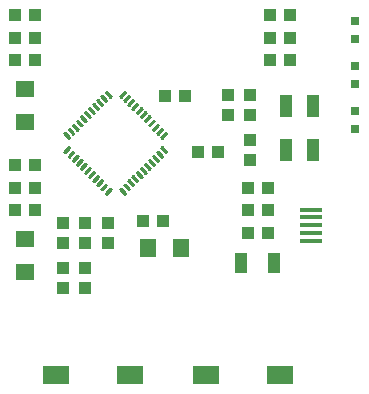
<source format=gtp>
G04 EAGLE Gerber RS-274X export*
G75*
%MOMM*%
%FSLAX34Y34*%
%LPD*%
%INSolderpaste Top*%
%IPPOS*%
%AMOC8*
5,1,8,0,0,1.08239X$1,22.5*%
G01*
%ADD10R,1.000000X1.100000*%
%ADD11R,1.400000X1.600000*%
%ADD12R,1.100000X1.000000*%
%ADD13R,0.800000X0.800000*%
%ADD14C,0.255000*%
%ADD15R,1.100000X1.900000*%
%ADD16R,1.000000X1.800000*%
%ADD17R,1.850000X0.400000*%
%ADD18R,1.600000X1.400000*%
%ADD19R,2.300000X1.600000*%


D10*
X126870Y154550D03*
X126870Y137550D03*
D11*
X189180Y133220D03*
X161180Y133220D03*
D12*
X281550Y292100D03*
X264550Y292100D03*
D13*
X336550Y233800D03*
X336550Y248800D03*
D12*
X203590Y214630D03*
X220590Y214630D03*
D10*
X107950Y137550D03*
X107950Y154550D03*
X88900Y137550D03*
X88900Y154550D03*
D12*
X264550Y330200D03*
X281550Y330200D03*
D13*
X336550Y325000D03*
X336550Y310000D03*
D14*
X141279Y179142D02*
X137427Y182994D01*
X137745Y183312D01*
X141597Y179460D01*
X141279Y179142D01*
X139493Y181564D02*
X138857Y181564D01*
X140913Y186480D02*
X144765Y182628D01*
X140913Y186480D02*
X141231Y186798D01*
X145083Y182946D01*
X144765Y182628D01*
X142979Y185050D02*
X142343Y185050D01*
X144400Y189966D02*
X148252Y186114D01*
X144400Y189966D02*
X144718Y190284D01*
X148570Y186432D01*
X148252Y186114D01*
X146466Y188536D02*
X145830Y188536D01*
X147886Y193452D02*
X151738Y189600D01*
X147886Y193452D02*
X148204Y193770D01*
X152056Y189918D01*
X151738Y189600D01*
X149952Y192022D02*
X149316Y192022D01*
X151372Y196938D02*
X155224Y193086D01*
X151372Y196938D02*
X151690Y197256D01*
X155542Y193404D01*
X155224Y193086D01*
X153438Y195508D02*
X152802Y195508D01*
X154858Y200424D02*
X158710Y196572D01*
X154858Y200424D02*
X155176Y200742D01*
X159028Y196890D01*
X158710Y196572D01*
X156924Y198994D02*
X156288Y198994D01*
X158662Y204228D02*
X162514Y200376D01*
X162196Y200058D01*
X158344Y203910D01*
X158662Y204228D01*
X159774Y202480D02*
X160410Y202480D01*
X162148Y207714D02*
X166000Y203862D01*
X165682Y203544D01*
X161830Y207396D01*
X162148Y207714D01*
X163260Y205966D02*
X163896Y205966D01*
X165634Y211200D02*
X169486Y207348D01*
X169168Y207030D01*
X165316Y210882D01*
X165634Y211200D01*
X166746Y209452D02*
X167382Y209452D01*
X169120Y214687D02*
X172972Y210835D01*
X172654Y210517D01*
X168802Y214369D01*
X169120Y214687D01*
X170232Y212939D02*
X170868Y212939D01*
X172606Y218173D02*
X176458Y214321D01*
X176140Y214003D01*
X172288Y217855D01*
X172606Y218173D01*
X173718Y216425D02*
X174354Y216425D01*
X172606Y226327D02*
X176458Y230179D01*
X172606Y226327D02*
X172288Y226645D01*
X176140Y230497D01*
X176458Y230179D01*
X175028Y228749D02*
X174392Y228749D01*
X172972Y233665D02*
X169120Y229813D01*
X168802Y230131D01*
X172654Y233983D01*
X172972Y233665D01*
X171542Y232235D02*
X170906Y232235D01*
X169486Y237152D02*
X165634Y233300D01*
X165316Y233618D01*
X169168Y237470D01*
X169486Y237152D01*
X168056Y235722D02*
X167420Y235722D01*
X166000Y240638D02*
X162148Y236786D01*
X161830Y237104D01*
X165682Y240956D01*
X166000Y240638D01*
X164570Y239208D02*
X163934Y239208D01*
X162514Y244124D02*
X158662Y240272D01*
X158344Y240590D01*
X162196Y244442D01*
X162514Y244124D01*
X161084Y242694D02*
X160448Y242694D01*
X159028Y247610D02*
X155176Y243758D01*
X154858Y244076D01*
X158710Y247928D01*
X159028Y247610D01*
X157598Y246180D02*
X156962Y246180D01*
X155224Y251414D02*
X151372Y247562D01*
X155224Y251414D02*
X155542Y251096D01*
X151690Y247244D01*
X151372Y247562D01*
X153476Y249666D02*
X154112Y249666D01*
X151738Y254900D02*
X147886Y251048D01*
X151738Y254900D02*
X152056Y254582D01*
X148204Y250730D01*
X147886Y251048D01*
X149990Y253152D02*
X150626Y253152D01*
X148252Y258386D02*
X144400Y254534D01*
X148252Y258386D02*
X148570Y258068D01*
X144718Y254216D01*
X144400Y254534D01*
X146504Y256638D02*
X147140Y256638D01*
X144765Y261872D02*
X140913Y258020D01*
X144765Y261872D02*
X145083Y261554D01*
X141231Y257702D01*
X140913Y258020D01*
X143017Y260124D02*
X143653Y260124D01*
X141279Y265358D02*
X137427Y261506D01*
X141279Y265358D02*
X141597Y265040D01*
X137745Y261188D01*
X137427Y261506D01*
X139531Y263610D02*
X140167Y263610D01*
X129273Y261506D02*
X125421Y265358D01*
X129273Y261506D02*
X128955Y261188D01*
X125103Y265040D01*
X125421Y265358D01*
X126533Y263610D02*
X127169Y263610D01*
X121935Y261872D02*
X125787Y258020D01*
X125469Y257702D01*
X121617Y261554D01*
X121935Y261872D01*
X123047Y260124D02*
X123683Y260124D01*
X118448Y258386D02*
X122300Y254534D01*
X121982Y254216D01*
X118130Y258068D01*
X118448Y258386D01*
X119560Y256638D02*
X120196Y256638D01*
X114962Y254900D02*
X118814Y251048D01*
X118496Y250730D01*
X114644Y254582D01*
X114962Y254900D01*
X116074Y253152D02*
X116710Y253152D01*
X111476Y251414D02*
X115328Y247562D01*
X115010Y247244D01*
X111158Y251096D01*
X111476Y251414D01*
X112588Y249666D02*
X113224Y249666D01*
X107990Y247928D02*
X111842Y244076D01*
X111524Y243758D01*
X107672Y247610D01*
X107990Y247928D01*
X109102Y246180D02*
X109738Y246180D01*
X104186Y244124D02*
X108038Y240272D01*
X104186Y244124D02*
X104504Y244442D01*
X108356Y240590D01*
X108038Y240272D01*
X106252Y242694D02*
X105616Y242694D01*
X100700Y240638D02*
X104552Y236786D01*
X100700Y240638D02*
X101018Y240956D01*
X104870Y237104D01*
X104552Y236786D01*
X102766Y239208D02*
X102130Y239208D01*
X97214Y237152D02*
X101066Y233300D01*
X97214Y237152D02*
X97532Y237470D01*
X101384Y233618D01*
X101066Y233300D01*
X99280Y235722D02*
X98644Y235722D01*
X93728Y233665D02*
X97580Y229813D01*
X93728Y233665D02*
X94046Y233983D01*
X97898Y230131D01*
X97580Y229813D01*
X95794Y232235D02*
X95158Y232235D01*
X90242Y230179D02*
X94094Y226327D01*
X90242Y230179D02*
X90560Y230497D01*
X94412Y226645D01*
X94094Y226327D01*
X92308Y228749D02*
X91672Y228749D01*
X94094Y218173D02*
X90242Y214321D01*
X94094Y218173D02*
X94412Y217855D01*
X90560Y214003D01*
X90242Y214321D01*
X92346Y216425D02*
X92982Y216425D01*
X97580Y214687D02*
X93728Y210835D01*
X97580Y214687D02*
X97898Y214369D01*
X94046Y210517D01*
X93728Y210835D01*
X95832Y212939D02*
X96468Y212939D01*
X101066Y211200D02*
X97214Y207348D01*
X101066Y211200D02*
X101384Y210882D01*
X97532Y207030D01*
X97214Y207348D01*
X99318Y209452D02*
X99954Y209452D01*
X104552Y207714D02*
X100700Y203862D01*
X104552Y207714D02*
X104870Y207396D01*
X101018Y203544D01*
X100700Y203862D01*
X102804Y205966D02*
X103440Y205966D01*
X108038Y204228D02*
X104186Y200376D01*
X108038Y204228D02*
X108356Y203910D01*
X104504Y200058D01*
X104186Y200376D01*
X106290Y202480D02*
X106926Y202480D01*
X111524Y200742D02*
X107672Y196890D01*
X111524Y200742D02*
X111842Y200424D01*
X107990Y196572D01*
X107672Y196890D01*
X109776Y198994D02*
X110412Y198994D01*
X115328Y196938D02*
X111476Y193086D01*
X111158Y193404D01*
X115010Y197256D01*
X115328Y196938D01*
X113898Y195508D02*
X113262Y195508D01*
X118814Y193452D02*
X114962Y189600D01*
X114644Y189918D01*
X118496Y193770D01*
X118814Y193452D01*
X117384Y192022D02*
X116748Y192022D01*
X122300Y189966D02*
X118448Y186114D01*
X118130Y186432D01*
X121982Y190284D01*
X122300Y189966D01*
X120870Y188536D02*
X120234Y188536D01*
X125787Y186480D02*
X121935Y182628D01*
X121617Y182946D01*
X125469Y186798D01*
X125787Y186480D01*
X124357Y185050D02*
X123721Y185050D01*
X129273Y182994D02*
X125421Y179142D01*
X125103Y179460D01*
X128955Y183312D01*
X129273Y182994D01*
X127843Y181564D02*
X127207Y181564D01*
D15*
X301060Y216450D03*
X278060Y253450D03*
X278060Y216450D03*
X301060Y253450D03*
D10*
X247650Y245500D03*
X247650Y262500D03*
X247650Y207400D03*
X247650Y224400D03*
D12*
X156600Y156210D03*
X173600Y156210D03*
X245500Y146050D03*
X262500Y146050D03*
X264550Y311150D03*
X281550Y311150D03*
D13*
X336550Y286900D03*
X336550Y271900D03*
D12*
X245500Y184150D03*
X262500Y184150D03*
X245500Y165100D03*
X262500Y165100D03*
D16*
X268000Y120650D03*
X240000Y120650D03*
D17*
X298950Y152400D03*
X298950Y145900D03*
X298950Y165400D03*
X298950Y158900D03*
X298950Y139400D03*
D12*
X65650Y184150D03*
X48650Y184150D03*
X65650Y203200D03*
X48650Y203200D03*
X65650Y165100D03*
X48650Y165100D03*
D18*
X57150Y113000D03*
X57150Y141000D03*
D12*
X65650Y311150D03*
X48650Y311150D03*
X65650Y330200D03*
X48650Y330200D03*
X65650Y292100D03*
X48650Y292100D03*
D18*
X57150Y240000D03*
X57150Y268000D03*
D10*
X88900Y116450D03*
X88900Y99450D03*
X107950Y116450D03*
X107950Y99450D03*
D12*
X175650Y261620D03*
X192650Y261620D03*
D10*
X228600Y262500D03*
X228600Y245500D03*
D19*
X82800Y25400D03*
X145800Y25400D03*
X209800Y25400D03*
X272800Y25400D03*
M02*

</source>
